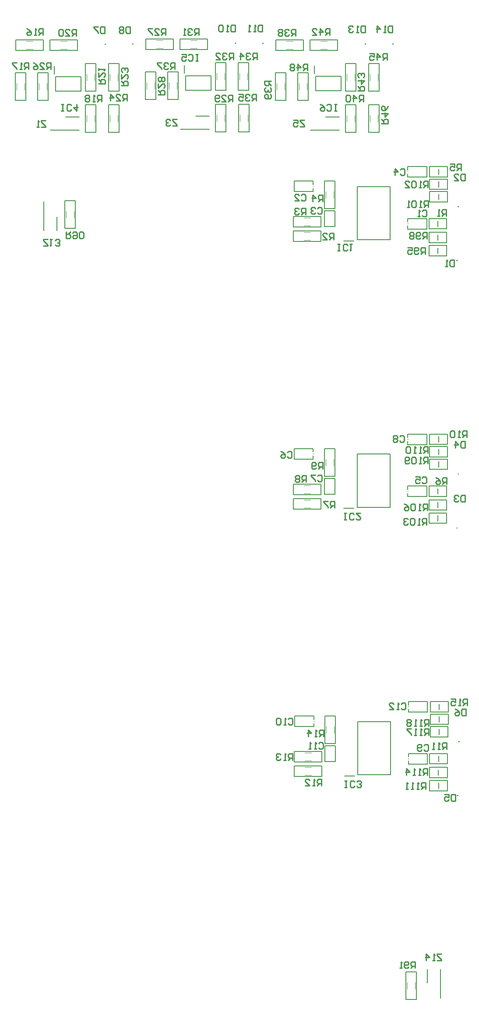
<source format=gbo>
G04*
G04 #@! TF.GenerationSoftware,Altium Limited,Altium Designer,24.4.1 (13)*
G04*
G04 Layer_Color=32896*
%FSLAX25Y25*%
%MOIN*%
G70*
G04*
G04 #@! TF.SameCoordinates,D6D0C77B-36A0-4D54-9E24-613302BCF265*
G04*
G04*
G04 #@! TF.FilePolarity,Positive*
G04*
G01*
G75*
%ADD10C,0.01000*%
%ADD12C,0.00787*%
%ADD13C,0.00400*%
%ADD15C,0.00500*%
D10*
X772766Y1360791D02*
G03*
X772766Y1360791I-177J0D01*
G01*
X574766D02*
G03*
X574766Y1360791I-177J0D01*
G01*
X673766Y1361291D02*
G03*
X673766Y1361291I-177J0D01*
G01*
X652904D02*
G03*
X652904Y1361291I-177J0D01*
G01*
X751903Y1360791D02*
G03*
X751903Y1360791I-177J0D01*
G01*
X553766Y1360532D02*
G03*
X553766Y1360532I-177J0D01*
G01*
X822468Y1237028D02*
G03*
X822468Y1237028I-177J0D01*
G01*
X821469Y1196028D02*
G03*
X821469Y1196028I-177J0D01*
G01*
X822968Y830028D02*
G03*
X822968Y830028I-177J0D01*
G01*
X822468Y1033528D02*
G03*
X822468Y1033528I-177J0D01*
G01*
X821968Y789028D02*
G03*
X821968Y789028I-177J0D01*
G01*
X821469Y992528D02*
G03*
X821469Y992528I-177J0D01*
G01*
X809600Y668463D02*
X806268D01*
Y667630D01*
X809600Y664298D01*
Y663464D01*
X806268D01*
X804602D02*
X802936D01*
X803769D01*
Y668463D01*
X804602Y667630D01*
X797937Y663464D02*
Y668463D01*
X800436Y665964D01*
X797104D01*
X506400Y1207037D02*
X509732D01*
Y1207870D01*
X506400Y1211202D01*
Y1212035D01*
X509732D01*
X511398D02*
X513064D01*
X512231D01*
Y1207037D01*
X511398Y1207870D01*
X515564D02*
X516397Y1207037D01*
X518063D01*
X518896Y1207870D01*
Y1208703D01*
X518063Y1209536D01*
X517230D01*
X518063D01*
X518896Y1210369D01*
Y1211202D01*
X518063Y1212035D01*
X516397D01*
X515564Y1211202D01*
X705165Y1302999D02*
X701833D01*
Y1302166D01*
X705165Y1298834D01*
Y1298001D01*
X701833D01*
X696835Y1302999D02*
X700167D01*
Y1300500D01*
X698501Y1301333D01*
X697668D01*
X696835Y1300500D01*
Y1298834D01*
X697668Y1298001D01*
X699334D01*
X700167Y1298834D01*
X608165Y1303499D02*
X604833D01*
Y1302666D01*
X608165Y1299334D01*
Y1298501D01*
X604833D01*
X603167Y1302666D02*
X602334Y1303499D01*
X600668D01*
X599835Y1302666D01*
Y1301833D01*
X600668Y1301000D01*
X601501D01*
X600668D01*
X599835Y1300167D01*
Y1299334D01*
X600668Y1298501D01*
X602334D01*
X603167Y1299334D01*
X508332Y1302499D02*
X505000D01*
Y1301666D01*
X508332Y1298334D01*
Y1297501D01*
X505000D01*
X503334D02*
X501668D01*
X502501D01*
Y1302499D01*
X503334Y1301666D01*
X799831Y842001D02*
Y846999D01*
X797331D01*
X796498Y846166D01*
Y844500D01*
X797331Y843667D01*
X799831D01*
X798165D02*
X796498Y842001D01*
X794832D02*
X793166D01*
X793999D01*
Y846999D01*
X794832Y846166D01*
X790667Y842001D02*
X789001D01*
X789834D01*
Y846999D01*
X790667Y846166D01*
X786502D02*
X785669Y846999D01*
X784002D01*
X783169Y846166D01*
Y845333D01*
X784002Y844500D01*
X783169Y843667D01*
Y842834D01*
X784002Y842001D01*
X785669D01*
X786502Y842834D01*
Y843667D01*
X785669Y844500D01*
X786502Y845333D01*
Y846166D01*
X785669Y844500D02*
X784002D01*
X799831Y835001D02*
Y839999D01*
X797331D01*
X796498Y839166D01*
Y837500D01*
X797331Y836667D01*
X799831D01*
X798165D02*
X796498Y835001D01*
X794832D02*
X793166D01*
X793999D01*
Y839999D01*
X794832Y839166D01*
X790667Y835001D02*
X789001D01*
X789834D01*
Y839999D01*
X790667Y839166D01*
X786502Y839999D02*
X783169D01*
Y839166D01*
X786502Y835834D01*
Y835001D01*
X798831Y804501D02*
Y809499D01*
X796332D01*
X795498Y808666D01*
Y807000D01*
X796332Y806167D01*
X798831D01*
X797164D02*
X795498Y804501D01*
X793832D02*
X792166D01*
X792999D01*
Y809499D01*
X793832Y808666D01*
X789667Y804501D02*
X788001D01*
X788834D01*
Y809499D01*
X789667Y808666D01*
X783002Y804501D02*
Y809499D01*
X785502Y807000D01*
X782169D01*
X797498Y794001D02*
Y798999D01*
X794998D01*
X794165Y798166D01*
Y796500D01*
X794998Y795667D01*
X797498D01*
X795831D02*
X794165Y794001D01*
X792499D02*
X790833D01*
X791666D01*
Y798999D01*
X792499Y798166D01*
X788334Y794001D02*
X786668D01*
X787501D01*
Y798999D01*
X788334Y798166D01*
X784168Y794001D02*
X782502D01*
X783335D01*
Y798999D01*
X784168Y798166D01*
X799331Y1049501D02*
Y1054499D01*
X796832D01*
X795998Y1053666D01*
Y1052000D01*
X796832Y1051167D01*
X799331D01*
X797664D02*
X795998Y1049501D01*
X794332D02*
X792666D01*
X793499D01*
Y1054499D01*
X794332Y1053666D01*
X790167Y1049501D02*
X788501D01*
X789334D01*
Y1054499D01*
X790167Y1053666D01*
X786002D02*
X785169Y1054499D01*
X783502D01*
X782669Y1053666D01*
Y1050334D01*
X783502Y1049501D01*
X785169D01*
X786002Y1050334D01*
Y1053666D01*
X799247Y1041501D02*
Y1046499D01*
X796748D01*
X795915Y1045666D01*
Y1044000D01*
X796748Y1043167D01*
X799247D01*
X797581D02*
X795915Y1041501D01*
X794249D02*
X792583D01*
X793416D01*
Y1046499D01*
X794249Y1045666D01*
X790084D02*
X789250Y1046499D01*
X787584D01*
X786751Y1045666D01*
Y1042334D01*
X787584Y1041501D01*
X789250D01*
X790084Y1042334D01*
Y1045666D01*
X785085Y1042334D02*
X784252Y1041501D01*
X782586D01*
X781753Y1042334D01*
Y1045666D01*
X782586Y1046499D01*
X784252D01*
X785085Y1045666D01*
Y1044833D01*
X784252Y1044000D01*
X781753D01*
X798747Y1006001D02*
Y1010999D01*
X796248D01*
X795415Y1010166D01*
Y1008500D01*
X796248Y1007667D01*
X798747D01*
X797081D02*
X795415Y1006001D01*
X793749D02*
X792083D01*
X792916D01*
Y1010999D01*
X793749Y1010166D01*
X789583D02*
X788750Y1010999D01*
X787084D01*
X786251Y1010166D01*
Y1006834D01*
X787084Y1006001D01*
X788750D01*
X789583Y1006834D01*
Y1010166D01*
X781253Y1010999D02*
X782919Y1010166D01*
X784585Y1008500D01*
Y1006834D01*
X783752Y1006001D01*
X782086D01*
X781253Y1006834D01*
Y1007667D01*
X782086Y1008500D01*
X784585D01*
X798247Y995001D02*
Y999999D01*
X795748D01*
X794915Y999166D01*
Y997500D01*
X795748Y996667D01*
X798247D01*
X796581D02*
X794915Y995001D01*
X793249D02*
X791583D01*
X792416D01*
Y999999D01*
X793249Y999166D01*
X789083D02*
X788250Y999999D01*
X786584D01*
X785751Y999166D01*
Y995834D01*
X786584Y995001D01*
X788250D01*
X789083Y995834D01*
Y999166D01*
X784085D02*
X783252Y999999D01*
X781586D01*
X780753Y999166D01*
Y998333D01*
X781586Y997500D01*
X782419D01*
X781586D01*
X780753Y996667D01*
Y995834D01*
X781586Y995001D01*
X783252D01*
X784085Y995834D01*
X799247Y1251501D02*
Y1256499D01*
X796748D01*
X795915Y1255666D01*
Y1254000D01*
X796748Y1253167D01*
X799247D01*
X797581D02*
X795915Y1251501D01*
X794249D02*
X792583D01*
X793416D01*
Y1256499D01*
X794249Y1255666D01*
X790084D02*
X789250Y1256499D01*
X787584D01*
X786751Y1255666D01*
Y1252334D01*
X787584Y1251501D01*
X789250D01*
X790084Y1252334D01*
Y1255666D01*
X781753Y1251501D02*
X785085D01*
X781753Y1254833D01*
Y1255666D01*
X782586Y1256499D01*
X784252D01*
X785085Y1255666D01*
X799414Y1236501D02*
Y1241499D01*
X796915D01*
X796082Y1240666D01*
Y1239000D01*
X796915Y1238167D01*
X799414D01*
X797748D02*
X796082Y1236501D01*
X794416D02*
X792750D01*
X793583D01*
Y1241499D01*
X794416Y1240666D01*
X790250D02*
X789417Y1241499D01*
X787751D01*
X786918Y1240666D01*
Y1237334D01*
X787751Y1236501D01*
X789417D01*
X790250Y1237334D01*
Y1240666D01*
X785252Y1236501D02*
X783586D01*
X784419D01*
Y1241499D01*
X785252Y1240666D01*
X798665Y1212501D02*
Y1217499D01*
X796165D01*
X795332Y1216666D01*
Y1215000D01*
X796165Y1214167D01*
X798665D01*
X796998D02*
X795332Y1212501D01*
X793666Y1213334D02*
X792833Y1212501D01*
X791167D01*
X790334Y1213334D01*
Y1216666D01*
X791167Y1217499D01*
X792833D01*
X793666Y1216666D01*
Y1215833D01*
X792833Y1215000D01*
X790334D01*
X788668Y1216666D02*
X787835Y1217499D01*
X786169D01*
X785335Y1216666D01*
Y1215833D01*
X786169Y1215000D01*
X785335Y1214167D01*
Y1213334D01*
X786169Y1212501D01*
X787835D01*
X788668Y1213334D01*
Y1214167D01*
X787835Y1215000D01*
X788668Y1215833D01*
Y1216666D01*
X787835Y1215000D02*
X786169D01*
X797164Y1201001D02*
Y1205999D01*
X794665D01*
X793832Y1205166D01*
Y1203500D01*
X794665Y1202667D01*
X797164D01*
X795498D02*
X793832Y1201001D01*
X792166Y1201834D02*
X791333Y1201001D01*
X789667D01*
X788834Y1201834D01*
Y1205166D01*
X789667Y1205999D01*
X791333D01*
X792166Y1205166D01*
Y1204333D01*
X791333Y1203500D01*
X788834D01*
X783836Y1205999D02*
X787168D01*
Y1203500D01*
X785502Y1204333D01*
X784669D01*
X783836Y1203500D01*
Y1201834D01*
X784669Y1201001D01*
X786335D01*
X787168Y1201834D01*
X789600Y657700D02*
Y662698D01*
X787101D01*
X786268Y661865D01*
Y660199D01*
X787101Y659366D01*
X789600D01*
X787934D02*
X786268Y657700D01*
X784602Y658533D02*
X783769Y657700D01*
X782102D01*
X781269Y658533D01*
Y661865D01*
X782102Y662698D01*
X783769D01*
X784602Y661865D01*
Y661032D01*
X783769Y660199D01*
X781269D01*
X779603Y657700D02*
X777937D01*
X778770D01*
Y662698D01*
X779603Y661865D01*
X523800Y1217800D02*
Y1212802D01*
X526299D01*
X527132Y1213635D01*
Y1215301D01*
X526299Y1216134D01*
X523800D01*
X525466D02*
X527132Y1217800D01*
X528798Y1216967D02*
X529631Y1217800D01*
X531298D01*
X532131Y1216967D01*
Y1213635D01*
X531298Y1212802D01*
X529631D01*
X528798Y1213635D01*
Y1214468D01*
X529631Y1215301D01*
X532131D01*
X533797Y1213635D02*
X534630Y1212802D01*
X536296D01*
X537129Y1213635D01*
Y1216967D01*
X536296Y1217800D01*
X534630D01*
X533797Y1216967D01*
Y1213635D01*
X707664Y1340501D02*
Y1345499D01*
X705165D01*
X704332Y1344666D01*
Y1343000D01*
X705165Y1342167D01*
X707664D01*
X705998D02*
X704332Y1340501D01*
X700167D02*
Y1345499D01*
X702666Y1343000D01*
X699334D01*
X697668Y1344666D02*
X696835Y1345499D01*
X695169D01*
X694336Y1344666D01*
Y1343833D01*
X695169Y1343000D01*
X694336Y1342167D01*
Y1341334D01*
X695169Y1340501D01*
X696835D01*
X697668Y1341334D01*
Y1342167D01*
X696835Y1343000D01*
X697668Y1343833D01*
Y1344666D01*
X696835Y1343000D02*
X695169D01*
X764001Y1300336D02*
X768999D01*
Y1302835D01*
X768166Y1303668D01*
X766500D01*
X765667Y1302835D01*
Y1300336D01*
Y1302002D02*
X764001Y1303668D01*
Y1307833D02*
X768999D01*
X766500Y1305334D01*
Y1308666D01*
X768999Y1313665D02*
X768166Y1311998D01*
X766500Y1310332D01*
X764834D01*
X764001Y1311165D01*
Y1312831D01*
X764834Y1313665D01*
X765667D01*
X766500Y1312831D01*
Y1310332D01*
X768164Y1348501D02*
Y1353499D01*
X765665D01*
X764832Y1352666D01*
Y1351000D01*
X765665Y1350167D01*
X768164D01*
X766498D02*
X764832Y1348501D01*
X760667D02*
Y1353499D01*
X763166Y1351000D01*
X759834D01*
X754836Y1353499D02*
X758168D01*
Y1351000D01*
X756502Y1351833D01*
X755669D01*
X754836Y1351000D01*
Y1349334D01*
X755669Y1348501D01*
X757335D01*
X758168Y1349334D01*
X746001Y1325336D02*
X750999D01*
Y1327835D01*
X750166Y1328668D01*
X748500D01*
X747667Y1327835D01*
Y1325336D01*
Y1327002D02*
X746001Y1328668D01*
Y1332833D02*
X750999D01*
X748500Y1330334D01*
Y1333666D01*
X750166Y1335332D02*
X750999Y1336165D01*
Y1337831D01*
X750166Y1338665D01*
X749333D01*
X748500Y1337831D01*
Y1336998D01*
Y1337831D01*
X747667Y1338665D01*
X746834D01*
X746001Y1337831D01*
Y1336165D01*
X746834Y1335332D01*
X724664Y1367501D02*
Y1372499D01*
X722165D01*
X721332Y1371666D01*
Y1370000D01*
X722165Y1369167D01*
X724664D01*
X722998D02*
X721332Y1367501D01*
X717167D02*
Y1372499D01*
X719666Y1370000D01*
X716334D01*
X711336Y1367501D02*
X714668D01*
X711336Y1370833D01*
Y1371666D01*
X712169Y1372499D01*
X713835D01*
X714668Y1371666D01*
X750165Y1317001D02*
Y1321999D01*
X747665D01*
X746832Y1321166D01*
Y1319500D01*
X747665Y1318667D01*
X750165D01*
X748498D02*
X746832Y1317001D01*
X742667D02*
Y1321999D01*
X745166Y1319500D01*
X741834D01*
X740168Y1321166D02*
X739335Y1321999D01*
X737669D01*
X736835Y1321166D01*
Y1317834D01*
X737669Y1317001D01*
X739335D01*
X740168Y1317834D01*
Y1321166D01*
X679999Y1332664D02*
X675001D01*
Y1330165D01*
X675834Y1329332D01*
X677500D01*
X678333Y1330165D01*
Y1332664D01*
Y1330998D02*
X679999Y1329332D01*
X675834Y1327666D02*
X675001Y1326833D01*
Y1325167D01*
X675834Y1324334D01*
X676667D01*
X677500Y1325167D01*
Y1326000D01*
Y1325167D01*
X678333Y1324334D01*
X679166D01*
X679999Y1325167D01*
Y1326833D01*
X679166Y1327666D01*
Y1322668D02*
X679999Y1321835D01*
Y1320169D01*
X679166Y1319335D01*
X675834D01*
X675001Y1320169D01*
Y1321835D01*
X675834Y1322668D01*
X676667D01*
X677500Y1321835D01*
Y1319335D01*
X698665Y1367001D02*
Y1371999D01*
X696165D01*
X695332Y1371166D01*
Y1369500D01*
X696165Y1368667D01*
X698665D01*
X696998D02*
X695332Y1367001D01*
X693666Y1371166D02*
X692833Y1371999D01*
X691167D01*
X690334Y1371166D01*
Y1370333D01*
X691167Y1369500D01*
X692000D01*
X691167D01*
X690334Y1368667D01*
Y1367834D01*
X691167Y1367001D01*
X692833D01*
X693666Y1367834D01*
X688668Y1371166D02*
X687835Y1371999D01*
X686169D01*
X685335Y1371166D01*
Y1370333D01*
X686169Y1369500D01*
X685335Y1368667D01*
Y1367834D01*
X686169Y1367001D01*
X687835D01*
X688668Y1367834D01*
Y1368667D01*
X687835Y1369500D01*
X688668Y1370333D01*
Y1371166D01*
X687835Y1369500D02*
X686169D01*
X606665Y1341501D02*
Y1346499D01*
X604165D01*
X603332Y1345666D01*
Y1344000D01*
X604165Y1343167D01*
X606665D01*
X604998D02*
X603332Y1341501D01*
X601666Y1345666D02*
X600833Y1346499D01*
X599167D01*
X598334Y1345666D01*
Y1344833D01*
X599167Y1344000D01*
X600000D01*
X599167D01*
X598334Y1343167D01*
Y1342334D01*
X599167Y1341501D01*
X600833D01*
X601666Y1342334D01*
X596668Y1346499D02*
X593335D01*
Y1345666D01*
X596668Y1342334D01*
Y1341501D01*
X668665Y1317501D02*
Y1322499D01*
X666165D01*
X665332Y1321666D01*
Y1320000D01*
X666165Y1319167D01*
X668665D01*
X666998D02*
X665332Y1317501D01*
X663666Y1321666D02*
X662833Y1322499D01*
X661167D01*
X660334Y1321666D01*
Y1320833D01*
X661167Y1320000D01*
X662000D01*
X661167D01*
X660334Y1319167D01*
Y1318334D01*
X661167Y1317501D01*
X662833D01*
X663666Y1318334D01*
X655336Y1322499D02*
X658668D01*
Y1320000D01*
X657002Y1320833D01*
X656169D01*
X655336Y1320000D01*
Y1318334D01*
X656169Y1317501D01*
X657835D01*
X658668Y1318334D01*
X669165Y1349001D02*
Y1353999D01*
X666665D01*
X665832Y1353166D01*
Y1351500D01*
X666665Y1350667D01*
X669165D01*
X667498D02*
X665832Y1349001D01*
X664166Y1353166D02*
X663333Y1353999D01*
X661667D01*
X660834Y1353166D01*
Y1352333D01*
X661667Y1351500D01*
X662500D01*
X661667D01*
X660834Y1350667D01*
Y1349834D01*
X661667Y1349001D01*
X663333D01*
X664166Y1349834D01*
X656669Y1349001D02*
Y1353999D01*
X659168Y1351500D01*
X655835D01*
X651164Y1349001D02*
Y1353999D01*
X648665D01*
X647832Y1353166D01*
Y1351500D01*
X648665Y1350667D01*
X651164D01*
X649498D02*
X647832Y1349001D01*
X646166Y1353166D02*
X645333Y1353999D01*
X643667D01*
X642834Y1353166D01*
Y1352333D01*
X643667Y1351500D01*
X644500D01*
X643667D01*
X642834Y1350667D01*
Y1349834D01*
X643667Y1349001D01*
X645333D01*
X646166Y1349834D01*
X637836Y1349001D02*
X641168D01*
X637836Y1352333D01*
Y1353166D01*
X638669Y1353999D01*
X640335D01*
X641168Y1353166D01*
X624831Y1367501D02*
Y1372499D01*
X622332D01*
X621499Y1371666D01*
Y1370000D01*
X622332Y1369167D01*
X624831D01*
X623165D02*
X621499Y1367501D01*
X619833Y1371666D02*
X619000Y1372499D01*
X617334D01*
X616501Y1371666D01*
Y1370833D01*
X617334Y1370000D01*
X618167D01*
X617334D01*
X616501Y1369167D01*
Y1368334D01*
X617334Y1367501D01*
X619000D01*
X619833Y1368334D01*
X614835Y1367501D02*
X613168D01*
X614002D01*
Y1372499D01*
X614835Y1371666D01*
X650665Y1317001D02*
Y1321999D01*
X648165D01*
X647332Y1321166D01*
Y1319500D01*
X648165Y1318667D01*
X650665D01*
X648998D02*
X647332Y1317001D01*
X642334D02*
X645666D01*
X642334Y1320333D01*
Y1321166D01*
X643167Y1321999D01*
X644833D01*
X645666Y1321166D01*
X640668Y1317834D02*
X639835Y1317001D01*
X638169D01*
X637335Y1317834D01*
Y1321166D01*
X638169Y1321999D01*
X639835D01*
X640668Y1321166D01*
Y1320333D01*
X639835Y1319500D01*
X637335D01*
X594001Y1322336D02*
X598999D01*
Y1324835D01*
X598166Y1325668D01*
X596500D01*
X595667Y1324835D01*
Y1322336D01*
Y1324002D02*
X594001Y1325668D01*
Y1330666D02*
Y1327334D01*
X597333Y1330666D01*
X598166D01*
X598999Y1329833D01*
Y1328167D01*
X598166Y1327334D01*
Y1332332D02*
X598999Y1333165D01*
Y1334831D01*
X598166Y1335664D01*
X597333D01*
X596500Y1334831D01*
X595667Y1335664D01*
X594834D01*
X594001Y1334831D01*
Y1333165D01*
X594834Y1332332D01*
X595667D01*
X596500Y1333165D01*
X597333Y1332332D01*
X598166D01*
X596500Y1333165D02*
Y1334831D01*
X599664Y1367501D02*
Y1372499D01*
X597165D01*
X596332Y1371666D01*
Y1370000D01*
X597165Y1369167D01*
X599664D01*
X597998D02*
X596332Y1367501D01*
X591334D02*
X594666D01*
X591334Y1370833D01*
Y1371666D01*
X592167Y1372499D01*
X593833D01*
X594666Y1371666D01*
X589668Y1372499D02*
X586336D01*
Y1371666D01*
X589668Y1368334D01*
Y1367501D01*
X512164Y1341501D02*
Y1346499D01*
X509665D01*
X508832Y1345666D01*
Y1344000D01*
X509665Y1343167D01*
X512164D01*
X510498D02*
X508832Y1341501D01*
X503834D02*
X507166D01*
X503834Y1344833D01*
Y1345666D01*
X504667Y1346499D01*
X506333D01*
X507166Y1345666D01*
X498836Y1346499D02*
X500502Y1345666D01*
X502168Y1344000D01*
Y1342334D01*
X501335Y1341501D01*
X499669D01*
X498836Y1342334D01*
Y1343167D01*
X499669Y1344000D01*
X502168D01*
X570164Y1317501D02*
Y1322499D01*
X567665D01*
X566832Y1321666D01*
Y1320000D01*
X567665Y1319167D01*
X570164D01*
X568498D02*
X566832Y1317501D01*
X561834D02*
X565166D01*
X561834Y1320833D01*
Y1321666D01*
X562667Y1322499D01*
X564333D01*
X565166Y1321666D01*
X557669Y1317501D02*
Y1322499D01*
X560168Y1320000D01*
X556836D01*
X566001Y1329335D02*
X570999D01*
Y1331835D01*
X570166Y1332668D01*
X568500D01*
X567667Y1331835D01*
Y1329335D01*
Y1331002D02*
X566001Y1332668D01*
Y1337666D02*
Y1334334D01*
X569333Y1337666D01*
X570166D01*
X570999Y1336833D01*
Y1335167D01*
X570166Y1334334D01*
Y1339332D02*
X570999Y1340165D01*
Y1341831D01*
X570166Y1342665D01*
X569333D01*
X568500Y1341831D01*
Y1340998D01*
Y1341831D01*
X567667Y1342665D01*
X566834D01*
X566001Y1341831D01*
Y1340165D01*
X566834Y1339332D01*
X548501Y1330669D02*
X553499D01*
Y1333168D01*
X552666Y1334001D01*
X551000D01*
X550167Y1333168D01*
Y1330669D01*
Y1332335D02*
X548501Y1334001D01*
Y1338999D02*
Y1335667D01*
X551833Y1338999D01*
X552666D01*
X553499Y1338166D01*
Y1336500D01*
X552666Y1335667D01*
X548501Y1340665D02*
Y1342332D01*
Y1341498D01*
X553499D01*
X552666Y1340665D01*
X531665Y1367001D02*
Y1371999D01*
X529165D01*
X528332Y1371166D01*
Y1369500D01*
X529165Y1368667D01*
X531665D01*
X529998D02*
X528332Y1367001D01*
X523334D02*
X526666D01*
X523334Y1370333D01*
Y1371166D01*
X524167Y1371999D01*
X525833D01*
X526666Y1371166D01*
X521668D02*
X520835Y1371999D01*
X519169D01*
X518335Y1371166D01*
Y1367834D01*
X519169Y1367001D01*
X520835D01*
X521668Y1367834D01*
Y1371166D01*
X550748Y1317001D02*
Y1321999D01*
X548249D01*
X547416Y1321166D01*
Y1319500D01*
X548249Y1318667D01*
X550748D01*
X549082D02*
X547416Y1317001D01*
X545750D02*
X544083D01*
X544916D01*
Y1321999D01*
X545750Y1321166D01*
X541584D02*
X540751Y1321999D01*
X539085D01*
X538252Y1321166D01*
Y1320333D01*
X539085Y1319500D01*
X538252Y1318667D01*
Y1317834D01*
X539085Y1317001D01*
X540751D01*
X541584Y1317834D01*
Y1318667D01*
X540751Y1319500D01*
X541584Y1320333D01*
Y1321166D01*
X540751Y1319500D02*
X539085D01*
X495248Y1341501D02*
Y1346499D01*
X492749D01*
X491916Y1345666D01*
Y1344000D01*
X492749Y1343167D01*
X495248D01*
X493582D02*
X491916Y1341501D01*
X490250D02*
X488584D01*
X489417D01*
Y1346499D01*
X490250Y1345666D01*
X486084Y1346499D02*
X482752D01*
Y1345666D01*
X486084Y1342334D01*
Y1341501D01*
X506248Y1367501D02*
Y1372499D01*
X503749D01*
X502916Y1371666D01*
Y1370000D01*
X503749Y1369167D01*
X506248D01*
X504582D02*
X502916Y1367501D01*
X501250D02*
X499583D01*
X500417D01*
Y1372499D01*
X501250Y1371666D01*
X493752Y1372499D02*
X495418Y1371666D01*
X497084Y1370000D01*
Y1368334D01*
X496251Y1367501D01*
X494585D01*
X493752Y1368334D01*
Y1369167D01*
X494585Y1370000D01*
X497084D01*
X829248Y857501D02*
Y862499D01*
X826749D01*
X825916Y861666D01*
Y860000D01*
X826749Y859167D01*
X829248D01*
X827582D02*
X825916Y857501D01*
X824250D02*
X822583D01*
X823417D01*
Y862499D01*
X824250Y861666D01*
X816752Y862499D02*
X820084D01*
Y860000D01*
X818418Y860833D01*
X817585D01*
X816752Y860000D01*
Y858334D01*
X817585Y857501D01*
X819251D01*
X820084Y858334D01*
X719748Y834001D02*
Y838999D01*
X717249D01*
X716416Y838166D01*
Y836500D01*
X717249Y835667D01*
X719748D01*
X718082D02*
X716416Y834001D01*
X714750D02*
X713084D01*
X713916D01*
Y838999D01*
X714750Y838166D01*
X708085Y834001D02*
Y838999D01*
X710584Y836500D01*
X707252D01*
X696248Y816001D02*
Y820999D01*
X693749D01*
X692916Y820166D01*
Y818500D01*
X693749Y817667D01*
X696248D01*
X694582D02*
X692916Y816001D01*
X691250D02*
X689583D01*
X690416D01*
Y820999D01*
X691250Y820166D01*
X687084D02*
X686251Y820999D01*
X684585D01*
X683752Y820166D01*
Y819333D01*
X684585Y818500D01*
X685418D01*
X684585D01*
X683752Y817667D01*
Y816834D01*
X684585Y816001D01*
X686251D01*
X687084Y816834D01*
X718248Y796501D02*
Y801499D01*
X715749D01*
X714916Y800666D01*
Y799000D01*
X715749Y798167D01*
X718248D01*
X716582D02*
X714916Y796501D01*
X713250D02*
X711584D01*
X712417D01*
Y801499D01*
X713250Y800666D01*
X705752Y796501D02*
X709084D01*
X705752Y799833D01*
Y800666D01*
X706585Y801499D01*
X708251D01*
X709084Y800666D01*
X813437Y824200D02*
Y829198D01*
X810938D01*
X810105Y828365D01*
Y826699D01*
X810938Y825866D01*
X813437D01*
X811771D02*
X810105Y824200D01*
X808439D02*
X806773D01*
X807605D01*
Y829198D01*
X808439Y828365D01*
X804273Y824200D02*
X802607D01*
X803440D01*
Y829198D01*
X804273Y828365D01*
X828748Y1061501D02*
Y1066499D01*
X826249D01*
X825416Y1065666D01*
Y1064000D01*
X826249Y1063167D01*
X828748D01*
X827082D02*
X825416Y1061501D01*
X823750D02*
X822083D01*
X822917D01*
Y1066499D01*
X823750Y1065666D01*
X819584D02*
X818751Y1066499D01*
X817085D01*
X816252Y1065666D01*
Y1062334D01*
X817085Y1061501D01*
X818751D01*
X819584Y1062334D01*
Y1065666D01*
X719165Y1037501D02*
Y1042499D01*
X716666D01*
X715833Y1041666D01*
Y1040000D01*
X716666Y1039167D01*
X719165D01*
X717499D02*
X715833Y1037501D01*
X714167Y1038334D02*
X713334Y1037501D01*
X711668D01*
X710835Y1038334D01*
Y1041666D01*
X711668Y1042499D01*
X713334D01*
X714167Y1041666D01*
Y1040833D01*
X713334Y1040000D01*
X710835D01*
X706665Y1027501D02*
Y1032499D01*
X704166D01*
X703333Y1031666D01*
Y1030000D01*
X704166Y1029167D01*
X706665D01*
X704999D02*
X703333Y1027501D01*
X701667Y1031666D02*
X700834Y1032499D01*
X699168D01*
X698335Y1031666D01*
Y1030833D01*
X699168Y1030000D01*
X698335Y1029167D01*
Y1028334D01*
X699168Y1027501D01*
X700834D01*
X701667Y1028334D01*
Y1029167D01*
X700834Y1030000D01*
X701667Y1030833D01*
Y1031666D01*
X700834Y1030000D02*
X699168D01*
X728165Y1008001D02*
Y1012999D01*
X725666D01*
X724833Y1012166D01*
Y1010500D01*
X725666Y1009667D01*
X728165D01*
X726499D02*
X724833Y1008001D01*
X723167Y1012999D02*
X719835D01*
Y1012166D01*
X723167Y1008834D01*
Y1008001D01*
X813665Y1026001D02*
Y1030999D01*
X811166D01*
X810333Y1030166D01*
Y1028500D01*
X811166Y1027667D01*
X813665D01*
X811999D02*
X810333Y1026001D01*
X805335Y1030999D02*
X807001Y1030166D01*
X808667Y1028500D01*
Y1026834D01*
X807834Y1026001D01*
X806168D01*
X805335Y1026834D01*
Y1027667D01*
X806168Y1028500D01*
X808667D01*
X824665Y1264501D02*
Y1269499D01*
X822166D01*
X821333Y1268666D01*
Y1267000D01*
X822166Y1266167D01*
X824665D01*
X822999D02*
X821333Y1264501D01*
X816335Y1269499D02*
X819667D01*
Y1267000D01*
X818001Y1267833D01*
X817168D01*
X816335Y1267000D01*
Y1265334D01*
X817168Y1264501D01*
X818834D01*
X819667Y1265334D01*
X719165Y1241001D02*
Y1245999D01*
X716666D01*
X715833Y1245166D01*
Y1243500D01*
X716666Y1242667D01*
X719165D01*
X717499D02*
X715833Y1241001D01*
X711668D02*
Y1245999D01*
X714167Y1243500D01*
X710835D01*
X706165Y1231001D02*
Y1235999D01*
X703666D01*
X702833Y1235166D01*
Y1233500D01*
X703666Y1232667D01*
X706165D01*
X704499D02*
X702833Y1231001D01*
X701167Y1235166D02*
X700334Y1235999D01*
X698668D01*
X697835Y1235166D01*
Y1234333D01*
X698668Y1233500D01*
X699501D01*
X698668D01*
X697835Y1232667D01*
Y1231834D01*
X698668Y1231001D01*
X700334D01*
X701167Y1231834D01*
X727665Y1212001D02*
Y1216999D01*
X725166D01*
X724333Y1216166D01*
Y1214500D01*
X725166Y1213667D01*
X727665D01*
X725999D02*
X724333Y1212001D01*
X719335D02*
X722667D01*
X719335Y1215333D01*
Y1216166D01*
X720168Y1216999D01*
X721834D01*
X722667Y1216166D01*
X813332Y1230001D02*
Y1234999D01*
X810833D01*
X810000Y1234166D01*
Y1232500D01*
X810833Y1231667D01*
X813332D01*
X811666D02*
X810000Y1230001D01*
X808334D02*
X806668D01*
X807501D01*
Y1234999D01*
X808334Y1234166D01*
X729748Y1314999D02*
X728082D01*
X728915D01*
Y1310001D01*
X729748D01*
X728082D01*
X722250Y1314166D02*
X723083Y1314999D01*
X724750D01*
X725583Y1314166D01*
Y1310834D01*
X724750Y1310001D01*
X723083D01*
X722250Y1310834D01*
X717252Y1314999D02*
X718918Y1314166D01*
X720584Y1312500D01*
Y1310834D01*
X719751Y1310001D01*
X718085D01*
X717252Y1310834D01*
Y1311667D01*
X718085Y1312500D01*
X720584D01*
X624248Y1352999D02*
X622582D01*
X623415D01*
Y1348001D01*
X624248D01*
X622582D01*
X616750Y1352166D02*
X617584Y1352999D01*
X619250D01*
X620083Y1352166D01*
Y1348834D01*
X619250Y1348001D01*
X617584D01*
X616750Y1348834D01*
X611752Y1352999D02*
X615084D01*
Y1350500D01*
X613418Y1351333D01*
X612585D01*
X611752Y1350500D01*
Y1348834D01*
X612585Y1348001D01*
X614251D01*
X615084Y1348834D01*
X520252Y1310001D02*
X521918D01*
X521085D01*
Y1314999D01*
X520252D01*
X521918D01*
X527750Y1310834D02*
X526917Y1310001D01*
X525250D01*
X524417Y1310834D01*
Y1314166D01*
X525250Y1314999D01*
X526917D01*
X527750Y1314166D01*
X531915Y1314999D02*
Y1310001D01*
X529416Y1312500D01*
X532748D01*
X736000Y795202D02*
X737666D01*
X736833D01*
Y800200D01*
X736000D01*
X737666D01*
X743498Y796035D02*
X742664Y795202D01*
X740998D01*
X740165Y796035D01*
Y799367D01*
X740998Y800200D01*
X742664D01*
X743498Y799367D01*
X745164Y796035D02*
X745997Y795202D01*
X747663D01*
X748496Y796035D01*
Y796868D01*
X747663Y797701D01*
X746830D01*
X747663D01*
X748496Y798534D01*
Y799367D01*
X747663Y800200D01*
X745997D01*
X745164Y799367D01*
X735500Y998702D02*
X737166D01*
X736333D01*
Y1003700D01*
X735500D01*
X737166D01*
X742998Y999535D02*
X742165Y998702D01*
X740498D01*
X739665Y999535D01*
Y1002867D01*
X740498Y1003700D01*
X742165D01*
X742998Y1002867D01*
X747996Y1003700D02*
X744664D01*
X747996Y1000368D01*
Y999535D01*
X747163Y998702D01*
X745497D01*
X744664Y999535D01*
X730585Y1203501D02*
X732251D01*
X731418D01*
Y1208499D01*
X730585D01*
X732251D01*
X738083Y1204334D02*
X737250Y1203501D01*
X735583D01*
X734750Y1204334D01*
Y1207666D01*
X735583Y1208499D01*
X737250D01*
X738083Y1207666D01*
X739749Y1208499D02*
X741415D01*
X740582D01*
Y1203501D01*
X739749Y1204334D01*
X772278Y1374658D02*
Y1369660D01*
X769779D01*
X768946Y1370493D01*
Y1373825D01*
X769779Y1374658D01*
X772278D01*
X767280Y1369660D02*
X765614D01*
X766447D01*
Y1374658D01*
X767280Y1373825D01*
X760615Y1369660D02*
Y1374658D01*
X763115Y1372159D01*
X759782D01*
X751416Y1374658D02*
Y1369660D01*
X748917D01*
X748084Y1370493D01*
Y1373825D01*
X748917Y1374658D01*
X751416D01*
X746418Y1369660D02*
X744752D01*
X745585D01*
Y1374658D01*
X746418Y1373825D01*
X742252D02*
X741419Y1374658D01*
X739753D01*
X738920Y1373825D01*
Y1372992D01*
X739753Y1372159D01*
X740586D01*
X739753D01*
X738920Y1371326D01*
Y1370493D01*
X739753Y1369660D01*
X741419D01*
X742252Y1370493D01*
X673278Y1375158D02*
Y1370160D01*
X670779D01*
X669946Y1370993D01*
Y1374325D01*
X670779Y1375158D01*
X673278D01*
X668280Y1370160D02*
X666614D01*
X667447D01*
Y1375158D01*
X668280Y1374325D01*
X664115Y1370160D02*
X662449D01*
X663282D01*
Y1375158D01*
X664115Y1374325D01*
X652416Y1375158D02*
Y1370160D01*
X649917D01*
X649084Y1370993D01*
Y1374325D01*
X649917Y1375158D01*
X652416D01*
X647418Y1370160D02*
X645752D01*
X646585D01*
Y1375158D01*
X647418Y1374325D01*
X643252D02*
X642419Y1375158D01*
X640753D01*
X639920Y1374325D01*
Y1370993D01*
X640753Y1370160D01*
X642419D01*
X643252Y1370993D01*
Y1374325D01*
X572665Y1373999D02*
Y1369001D01*
X570166D01*
X569333Y1369834D01*
Y1373166D01*
X570166Y1373999D01*
X572665D01*
X567667Y1373166D02*
X566834Y1373999D01*
X565168D01*
X564335Y1373166D01*
Y1372333D01*
X565168Y1371500D01*
X564335Y1370667D01*
Y1369834D01*
X565168Y1369001D01*
X566834D01*
X567667Y1369834D01*
Y1370667D01*
X566834Y1371500D01*
X567667Y1372333D01*
Y1373166D01*
X566834Y1371500D02*
X565168D01*
X553165Y1373999D02*
Y1369001D01*
X550666D01*
X549833Y1369834D01*
Y1373166D01*
X550666Y1373999D01*
X553165D01*
X548167D02*
X544835D01*
Y1373166D01*
X548167Y1369834D01*
Y1369001D01*
X828165Y854999D02*
Y850001D01*
X825666D01*
X824833Y850834D01*
Y854166D01*
X825666Y854999D01*
X828165D01*
X819835D02*
X821501Y854166D01*
X823167Y852500D01*
Y850834D01*
X822334Y850001D01*
X820668D01*
X819835Y850834D01*
Y851667D01*
X820668Y852500D01*
X823167D01*
X820165Y789999D02*
Y785001D01*
X817666D01*
X816833Y785834D01*
Y789166D01*
X817666Y789999D01*
X820165D01*
X811835D02*
X815167D01*
Y787500D01*
X813501Y788333D01*
X812668D01*
X811835Y787500D01*
Y785834D01*
X812668Y785001D01*
X814334D01*
X815167Y785834D01*
X827665Y1058499D02*
Y1053501D01*
X825166D01*
X824333Y1054334D01*
Y1057666D01*
X825166Y1058499D01*
X827665D01*
X820168Y1053501D02*
Y1058499D01*
X822667Y1056000D01*
X819335D01*
X827665Y1017499D02*
Y1012501D01*
X825166D01*
X824333Y1013334D01*
Y1016666D01*
X825166Y1017499D01*
X827665D01*
X822667Y1016666D02*
X821834Y1017499D01*
X820168D01*
X819335Y1016666D01*
Y1015833D01*
X820168Y1015000D01*
X821001D01*
X820168D01*
X819335Y1014167D01*
Y1013334D01*
X820168Y1012501D01*
X821834D01*
X822667Y1013334D01*
X827665Y1261999D02*
Y1257001D01*
X825166D01*
X824333Y1257834D01*
Y1261166D01*
X825166Y1261999D01*
X827665D01*
X819335Y1257001D02*
X822667D01*
X819335Y1260333D01*
Y1261166D01*
X820168Y1261999D01*
X821834D01*
X822667Y1261166D01*
X819332Y1196499D02*
Y1191501D01*
X816833D01*
X816000Y1192334D01*
Y1195666D01*
X816833Y1196499D01*
X819332D01*
X814334Y1191501D02*
X812668D01*
X813501D01*
Y1196499D01*
X814334Y1195666D01*
X778916Y858666D02*
X779749Y859499D01*
X781415D01*
X782248Y858666D01*
Y855334D01*
X781415Y854501D01*
X779749D01*
X778916Y855334D01*
X777250Y854501D02*
X775584D01*
X776416D01*
Y859499D01*
X777250Y858666D01*
X769752Y854501D02*
X773084D01*
X769752Y857833D01*
Y858666D01*
X770585Y859499D01*
X772251D01*
X773084Y858666D01*
X716083Y828666D02*
X716916Y829499D01*
X718582D01*
X719415Y828666D01*
Y825334D01*
X718582Y824501D01*
X716916D01*
X716083Y825334D01*
X714417Y824501D02*
X712750D01*
X713584D01*
Y829499D01*
X714417Y828666D01*
X710251Y824501D02*
X708585D01*
X709418D01*
Y829499D01*
X710251Y828666D01*
X692916Y847166D02*
X693749Y847999D01*
X695415D01*
X696248Y847166D01*
Y843834D01*
X695415Y843001D01*
X693749D01*
X692916Y843834D01*
X691250Y843001D02*
X689583D01*
X690416D01*
Y847999D01*
X691250Y847166D01*
X687084D02*
X686251Y847999D01*
X684585D01*
X683752Y847166D01*
Y843834D01*
X684585Y843001D01*
X686251D01*
X687084Y843834D01*
Y847166D01*
X796333Y827166D02*
X797166Y827999D01*
X798832D01*
X799665Y827166D01*
Y823834D01*
X798832Y823001D01*
X797166D01*
X796333Y823834D01*
X794667D02*
X793834Y823001D01*
X792168D01*
X791335Y823834D01*
Y827166D01*
X792168Y827999D01*
X793834D01*
X794667Y827166D01*
Y826333D01*
X793834Y825500D01*
X791335D01*
X777833Y1062166D02*
X778666Y1062999D01*
X780332D01*
X781165Y1062166D01*
Y1058834D01*
X780332Y1058001D01*
X778666D01*
X777833Y1058834D01*
X776167Y1062166D02*
X775334Y1062999D01*
X773668D01*
X772835Y1062166D01*
Y1061333D01*
X773668Y1060500D01*
X772835Y1059667D01*
Y1058834D01*
X773668Y1058001D01*
X775334D01*
X776167Y1058834D01*
Y1059667D01*
X775334Y1060500D01*
X776167Y1061333D01*
Y1062166D01*
X775334Y1060500D02*
X773668D01*
X715333Y1032166D02*
X716166Y1032999D01*
X717832D01*
X718665Y1032166D01*
Y1028834D01*
X717832Y1028001D01*
X716166D01*
X715333Y1028834D01*
X713667Y1032999D02*
X710335D01*
Y1032166D01*
X713667Y1028834D01*
Y1028001D01*
X692333Y1050166D02*
X693166Y1050999D01*
X694832D01*
X695665Y1050166D01*
Y1046834D01*
X694832Y1046001D01*
X693166D01*
X692333Y1046834D01*
X687335Y1050999D02*
X689001Y1050166D01*
X690667Y1048500D01*
Y1046834D01*
X689834Y1046001D01*
X688168D01*
X687335Y1046834D01*
Y1047667D01*
X688168Y1048500D01*
X690667D01*
X794833Y1030666D02*
X795666Y1031499D01*
X797332D01*
X798165Y1030666D01*
Y1027334D01*
X797332Y1026501D01*
X795666D01*
X794833Y1027334D01*
X789835Y1031499D02*
X793167D01*
Y1029000D01*
X791501Y1029833D01*
X790668D01*
X789835Y1029000D01*
Y1027334D01*
X790668Y1026501D01*
X792334D01*
X793167Y1027334D01*
X778333Y1265166D02*
X779166Y1265999D01*
X780832D01*
X781665Y1265166D01*
Y1261834D01*
X780832Y1261001D01*
X779166D01*
X778333Y1261834D01*
X774168Y1261001D02*
Y1265999D01*
X776667Y1263500D01*
X773335D01*
X715333Y1235666D02*
X716166Y1236499D01*
X717832D01*
X718665Y1235666D01*
Y1232334D01*
X717832Y1231501D01*
X716166D01*
X715333Y1232334D01*
X713667Y1235666D02*
X712834Y1236499D01*
X711168D01*
X710335Y1235666D01*
Y1234833D01*
X711168Y1234000D01*
X712001D01*
X711168D01*
X710335Y1233167D01*
Y1232334D01*
X711168Y1231501D01*
X712834D01*
X713667Y1232334D01*
X702833Y1245666D02*
X703666Y1246499D01*
X705332D01*
X706165Y1245666D01*
Y1242334D01*
X705332Y1241501D01*
X703666D01*
X702833Y1242334D01*
X697835Y1241501D02*
X701167D01*
X697835Y1244833D01*
Y1245666D01*
X698668Y1246499D01*
X700334D01*
X701167Y1245666D01*
X795000Y1233666D02*
X795833Y1234499D01*
X797499D01*
X798332Y1233666D01*
Y1230334D01*
X797499Y1229501D01*
X795833D01*
X795000Y1230334D01*
X793334Y1229501D02*
X791668D01*
X792501D01*
Y1234499D01*
X793334Y1233666D01*
D12*
X712240Y1252500D02*
G03*
X712240Y1252500I-197J0D01*
G01*
X784154Y1263500D02*
G03*
X784154Y1263500I-197J0D01*
G01*
X784197Y1224000D02*
G03*
X784197Y1224000I-197J0D01*
G01*
X784697Y817000D02*
G03*
X784697Y817000I-197J0D01*
G01*
X712740Y845500D02*
G03*
X712740Y845500I-197J0D01*
G01*
X784654Y856500D02*
G03*
X784654Y856500I-197J0D01*
G01*
X784154Y1060000D02*
G03*
X784154Y1060000I-197J0D01*
G01*
X712240Y1049000D02*
G03*
X712240Y1049000I-197J0D01*
G01*
X784197Y1020500D02*
G03*
X784197Y1020500I-197J0D01*
G01*
X622500Y1305763D02*
X632736Y1305783D01*
X610787Y1295744D02*
X632736D01*
X523500Y1305263D02*
X533736Y1305283D01*
X511787Y1295244D02*
X533736D01*
X721500Y1305263D02*
X731736Y1305283D01*
X709787Y1295244D02*
X731736D01*
X517000Y1229035D02*
X517020Y1218799D01*
X506980D02*
Y1240748D01*
X809020Y634752D02*
Y656701D01*
X798980D02*
X799000Y646464D01*
X614854Y1325500D02*
Y1336500D01*
Y1325500D02*
X634146D01*
Y1336500D01*
X614854D02*
X634146D01*
X614000Y1338496D02*
Y1344500D01*
X713854Y1325177D02*
Y1336177D01*
Y1325177D02*
X733146D01*
Y1336177D01*
X713854D02*
X733146D01*
X713000Y1338173D02*
Y1344177D01*
X515854Y1325000D02*
Y1336000D01*
Y1325000D02*
X535146D01*
Y1336000D01*
X515854D02*
X535146D01*
X515000Y1337996D02*
Y1344000D01*
X807500Y1251933D02*
Y1256067D01*
X807437Y1242433D02*
Y1246567D01*
X806874Y1211433D02*
Y1215567D01*
X806937Y1201433D02*
Y1205567D01*
Y1221933D02*
Y1226067D01*
X807500Y1261433D02*
Y1265567D01*
X735323Y1007500D02*
X743000D01*
X745500Y1008224D02*
Y1048776D01*
X770500D01*
Y1008224D02*
Y1048776D01*
X745500Y1008224D02*
X770500D01*
X807437Y814933D02*
Y819067D01*
X807374Y804433D02*
Y808567D01*
X808000Y854433D02*
Y858567D01*
X807437Y1038933D02*
Y1043067D01*
Y794433D02*
Y798567D01*
X808000Y844933D02*
Y849067D01*
X807937Y835433D02*
Y839567D01*
X806937Y997933D02*
Y1002067D01*
X807500Y1048433D02*
Y1052567D01*
Y1057933D02*
Y1062067D01*
X806874Y1007933D02*
Y1012067D01*
X806937Y1018433D02*
Y1022567D01*
X735823Y804000D02*
X743500D01*
X746000Y804724D02*
Y845276D01*
X771000D01*
Y804724D02*
Y845276D01*
X746000Y804724D02*
X771000D01*
X735323Y1211000D02*
X743000D01*
X745500Y1211724D02*
Y1252276D01*
X770500D01*
Y1211724D02*
Y1252276D01*
X745500Y1211724D02*
X770500D01*
D13*
X705000Y1217500D02*
X710000D01*
X705000Y1211500D02*
X710000D01*
X705000Y1222500D02*
X710000D01*
X705000Y1228500D02*
X710000D01*
X721500Y1243500D02*
Y1248500D01*
X727500Y1243500D02*
Y1248500D01*
X705000Y1008000D02*
X710000D01*
X705000Y1014000D02*
X710000D01*
X705000Y1025000D02*
X710000D01*
X705000Y1019000D02*
X710000D01*
X727500Y1040000D02*
Y1045000D01*
X721500Y1040000D02*
Y1045000D01*
X705500Y810500D02*
X710500D01*
X705500Y804500D02*
X710500D01*
X705500Y815500D02*
X710500D01*
X705500Y821500D02*
X710500D01*
X722000Y836500D02*
Y841500D01*
X728000Y836500D02*
Y841500D01*
X493500Y1363000D02*
X498500D01*
X493500Y1357000D02*
X498500D01*
X486100Y1326000D02*
Y1331000D01*
X492100Y1326000D02*
Y1331000D01*
X545600Y1301500D02*
Y1306500D01*
X539600Y1301500D02*
Y1306500D01*
X519500Y1363000D02*
X524500D01*
X519500Y1357000D02*
X524500D01*
X539600Y1333000D02*
Y1338000D01*
X545600Y1333000D02*
Y1338000D01*
X557100Y1333000D02*
Y1338000D01*
X563100Y1333000D02*
Y1338000D01*
Y1301500D02*
Y1306500D01*
X557100Y1301500D02*
Y1306500D01*
X509100Y1326000D02*
Y1331000D01*
X503100Y1326000D02*
Y1331000D01*
X592500Y1357500D02*
X597500D01*
X592500Y1363500D02*
X597500D01*
X591100Y1326500D02*
Y1331500D01*
X585100Y1326500D02*
Y1331500D01*
X638600Y1302000D02*
Y1307000D01*
X644600Y1302000D02*
Y1307000D01*
X618500Y1357500D02*
X623500D01*
X618500Y1363500D02*
X623500D01*
X644600Y1333500D02*
Y1338500D01*
X638600Y1333500D02*
Y1338500D01*
X655900Y1333500D02*
Y1338500D01*
X661900Y1333500D02*
Y1338500D01*
X656100Y1302000D02*
Y1307000D01*
X662100Y1302000D02*
Y1307000D01*
X602100Y1326500D02*
Y1331500D01*
X608100Y1326500D02*
Y1331500D01*
X691500Y1363000D02*
X696500D01*
X691500Y1357000D02*
X696500D01*
X684100Y1326000D02*
Y1331000D01*
X690100Y1326000D02*
Y1331000D01*
X743600Y1301500D02*
Y1306500D01*
X737600Y1301500D02*
Y1306500D01*
X717500Y1363000D02*
X722500D01*
X717500Y1357000D02*
X722500D01*
X737600Y1333000D02*
Y1338000D01*
X743600Y1333000D02*
Y1338000D01*
X755100Y1333000D02*
Y1338000D01*
X761100Y1333000D02*
Y1338000D01*
Y1301500D02*
Y1306500D01*
X755100Y1301500D02*
Y1306500D01*
X707100Y1326000D02*
Y1331000D01*
X701100Y1326000D02*
Y1331000D01*
X530000Y1228500D02*
Y1233500D01*
X524000Y1228500D02*
Y1233500D01*
X789500Y642000D02*
Y647000D01*
X783500Y642000D02*
Y647000D01*
D15*
X697000Y1210500D02*
X718000D01*
X697000D02*
Y1218500D01*
X718000D01*
Y1210500D02*
Y1218500D01*
Y1221500D02*
Y1229500D01*
X697000D02*
X718000D01*
X697000Y1221500D02*
Y1229500D01*
Y1221500D02*
X718000D01*
X728500Y1235500D02*
Y1256500D01*
X720500Y1235500D02*
X728500D01*
X720500D02*
Y1256500D01*
X728500D01*
X718000Y1007000D02*
Y1015000D01*
X697000D02*
X718000D01*
X697000Y1007000D02*
Y1015000D01*
Y1007000D02*
X718000D01*
X697000Y1018000D02*
X718000D01*
X697000D02*
Y1026000D01*
X718000D01*
Y1018000D02*
Y1026000D01*
X720500Y1053000D02*
X728500D01*
X720500Y1032000D02*
Y1053000D01*
Y1032000D02*
X728500D01*
Y1053000D01*
X697500Y803500D02*
X718500D01*
X697500D02*
Y811500D01*
X718500D01*
Y803500D02*
Y811500D01*
Y814500D02*
Y822500D01*
X697500D02*
X718500D01*
X697500Y814500D02*
Y822500D01*
Y814500D02*
X718500D01*
X729000Y828500D02*
Y849500D01*
X721000Y828500D02*
X729000D01*
X721000D02*
Y849500D01*
X729000D01*
X485500Y1356000D02*
Y1364000D01*
Y1356000D02*
X506500D01*
Y1364000D01*
X485500D02*
X506500D01*
X493100Y1318000D02*
Y1339000D01*
X485100Y1318000D02*
X493100D01*
X485100D02*
Y1339000D01*
X493100D01*
X538600Y1314500D02*
X546600D01*
X538600Y1293500D02*
Y1314500D01*
Y1293500D02*
X546600D01*
Y1314500D01*
X511500Y1356000D02*
Y1364000D01*
Y1356000D02*
X532500D01*
Y1364000D01*
X511500D02*
X532500D01*
X546600Y1325000D02*
Y1346000D01*
X538600Y1325000D02*
X546600D01*
X538600D02*
Y1346000D01*
X546600D01*
X564100Y1325000D02*
Y1346000D01*
X556100Y1325000D02*
X564100D01*
X556100D02*
Y1346000D01*
X564100D01*
X556100Y1314500D02*
X564100D01*
X556100Y1293500D02*
Y1314500D01*
Y1293500D02*
X564100D01*
Y1314500D01*
X502100Y1339000D02*
X510100D01*
X502100Y1318000D02*
Y1339000D01*
Y1318000D02*
X510100D01*
Y1339000D01*
X584500Y1364500D02*
X605500D01*
Y1356500D02*
Y1364500D01*
X584500Y1356500D02*
X605500D01*
X584500D02*
Y1364500D01*
X584100Y1339500D02*
X592100D01*
X584100Y1318500D02*
Y1339500D01*
Y1318500D02*
X592100D01*
Y1339500D01*
X645600Y1294000D02*
Y1315000D01*
X637600Y1294000D02*
X645600D01*
X637600D02*
Y1315000D01*
X645600D01*
X610500Y1364500D02*
X631500D01*
Y1356500D02*
Y1364500D01*
X610500Y1356500D02*
X631500D01*
X610500D02*
Y1364500D01*
X637600Y1346500D02*
X645600D01*
X637600Y1325500D02*
Y1346500D01*
Y1325500D02*
X645600D01*
Y1346500D01*
X654900Y1325500D02*
X662900D01*
Y1346500D01*
X654900D02*
X662900D01*
X654900Y1325500D02*
Y1346500D01*
X663100Y1294000D02*
Y1315000D01*
X655100Y1294000D02*
X663100D01*
X655100D02*
Y1315000D01*
X663100D01*
X609100Y1318500D02*
Y1339500D01*
X601100Y1318500D02*
X609100D01*
X601100D02*
Y1339500D01*
X609100D01*
X683500Y1356000D02*
Y1364000D01*
Y1356000D02*
X704500D01*
Y1364000D01*
X683500D02*
X704500D01*
X691100Y1318000D02*
Y1339000D01*
X683100Y1318000D02*
X691100D01*
X683100D02*
Y1339000D01*
X691100D01*
X736600Y1314500D02*
X744600D01*
X736600Y1293500D02*
Y1314500D01*
Y1293500D02*
X744600D01*
Y1314500D01*
X709500Y1356000D02*
Y1364000D01*
Y1356000D02*
X730500D01*
Y1364000D01*
X709500D02*
X730500D01*
X744600Y1325000D02*
Y1346000D01*
X736600Y1325000D02*
X744600D01*
X736600D02*
Y1346000D01*
X744600D01*
X762100Y1325000D02*
Y1346000D01*
X754100Y1325000D02*
X762100D01*
X754100D02*
Y1346000D01*
X762100D01*
X754100Y1314500D02*
X762100D01*
X754100Y1293500D02*
Y1314500D01*
Y1293500D02*
X762100D01*
Y1314500D01*
X700100Y1339000D02*
X708100D01*
X700100Y1318000D02*
Y1339000D01*
Y1318000D02*
X708100D01*
Y1339000D01*
X523000Y1241500D02*
X531000D01*
X523000Y1220500D02*
Y1241500D01*
Y1220500D02*
X531000D01*
Y1241500D01*
X782500Y634000D02*
Y655000D01*
X790500D01*
Y634000D02*
Y655000D01*
X782500Y634000D02*
X790500D01*
X720500Y1221768D02*
Y1233768D01*
X728500D01*
Y1221768D02*
Y1233768D01*
X720500Y1221768D02*
X728500D01*
X712043Y1248500D02*
Y1251000D01*
X697543Y1248500D02*
X712043D01*
X697543D02*
Y1256500D01*
X712043D01*
Y1254000D02*
Y1256500D01*
X800709Y1250063D02*
X814291D01*
X800709D02*
Y1257937D01*
X814291Y1250063D02*
Y1257937D01*
X800709D02*
X814291D01*
X800646Y1240563D02*
X814228D01*
X800646D02*
Y1248437D01*
X814228Y1240563D02*
Y1248437D01*
X800646D02*
X814228D01*
X800083Y1209563D02*
X813665D01*
X800083D02*
Y1217437D01*
X813665Y1209563D02*
Y1217437D01*
X800083D02*
X813665D01*
X800146Y1199563D02*
X813728D01*
X800146D02*
Y1207437D01*
X813728Y1199563D02*
Y1207437D01*
X800146D02*
X813728D01*
X800146Y1227937D02*
X813728D01*
Y1220063D02*
Y1227937D01*
X800146Y1220063D02*
Y1227937D01*
Y1220063D02*
X813728D01*
X800709Y1267437D02*
X814291D01*
Y1259563D02*
Y1267437D01*
X800709Y1259563D02*
Y1267437D01*
Y1259563D02*
X814291D01*
X783957Y1265000D02*
Y1267500D01*
X798457D01*
Y1259500D02*
Y1267500D01*
X783957Y1259500D02*
X798457D01*
X783957D02*
Y1262000D01*
X784000Y1225500D02*
Y1228000D01*
X798500D01*
Y1220000D02*
Y1228000D01*
X784000Y1220000D02*
X798500D01*
X784000D02*
Y1222500D01*
X800646Y820937D02*
X814228D01*
Y813063D02*
Y820937D01*
X800646Y813063D02*
Y820937D01*
Y813063D02*
X814228D01*
X800583Y802563D02*
X814165D01*
X800583D02*
Y810437D01*
X814165Y802563D02*
Y810437D01*
X800583D02*
X814165D01*
X784500Y818500D02*
Y821000D01*
X799000D01*
Y813000D02*
Y821000D01*
X784500Y813000D02*
X799000D01*
X784500D02*
Y815500D01*
X801209Y860437D02*
X814791D01*
Y852563D02*
Y860437D01*
X801209Y852563D02*
Y860437D01*
Y852563D02*
X814791D01*
X712543Y841500D02*
Y844000D01*
X698043Y841500D02*
X712543D01*
X698043D02*
Y849500D01*
X712543D01*
Y847000D02*
Y849500D01*
X800646Y1037063D02*
X814228D01*
X800646D02*
Y1044937D01*
X814228Y1037063D02*
Y1044937D01*
X800646D02*
X814228D01*
X800646Y792563D02*
X814228D01*
X800646D02*
Y800437D01*
X814228Y792563D02*
Y800437D01*
X800646D02*
X814228D01*
X801209Y843063D02*
X814791D01*
X801209D02*
Y850937D01*
X814791Y843063D02*
Y850937D01*
X801209D02*
X814791D01*
X801146Y833563D02*
X814728D01*
X801146D02*
Y841437D01*
X814728Y833563D02*
Y841437D01*
X801146D02*
X814728D01*
X784457Y858000D02*
Y860500D01*
X798957D01*
Y852500D02*
Y860500D01*
X784457Y852500D02*
X798957D01*
X784457D02*
Y855000D01*
X721000Y814768D02*
Y826768D01*
X729000D01*
Y814768D02*
Y826768D01*
X721000Y814768D02*
X729000D01*
X800146Y996063D02*
X813728D01*
X800146D02*
Y1003937D01*
X813728Y996063D02*
Y1003937D01*
X800146D02*
X813728D01*
X800709Y1046563D02*
X814291D01*
X800709D02*
Y1054437D01*
X814291Y1046563D02*
Y1054437D01*
X800709D02*
X814291D01*
X783957Y1061500D02*
Y1064000D01*
X798457D01*
Y1056000D02*
Y1064000D01*
X783957Y1056000D02*
X798457D01*
X783957D02*
Y1058500D01*
X800709Y1063937D02*
X814291D01*
Y1056063D02*
Y1063937D01*
X800709Y1056063D02*
Y1063937D01*
Y1056063D02*
X814291D01*
X800083Y1006063D02*
X813665D01*
X800083D02*
Y1013937D01*
X813665Y1006063D02*
Y1013937D01*
X800083D02*
X813665D01*
X712043Y1045000D02*
Y1047500D01*
X697543Y1045000D02*
X712043D01*
X697543D02*
Y1053000D01*
X712043D01*
Y1050500D02*
Y1053000D01*
X720500Y1018268D02*
Y1030268D01*
X728500D01*
Y1018268D02*
Y1030268D01*
X720500Y1018268D02*
X728500D01*
X800146Y1024437D02*
X813728D01*
Y1016563D02*
Y1024437D01*
X800146Y1016563D02*
Y1024437D01*
Y1016563D02*
X813728D01*
X784000Y1022000D02*
Y1024500D01*
X798500D01*
Y1016500D02*
Y1024500D01*
X784000Y1016500D02*
X798500D01*
X784000D02*
Y1019000D01*
M02*

</source>
